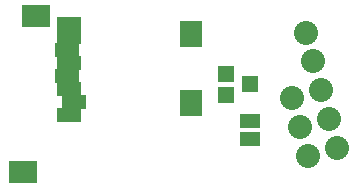
<source format=gts>
G04 (created by PCBNEW-RS274X (2012-01-19 BZR 3256)-stable) date 12/05/2013 23:19:03*
G01*
G70*
G90*
%MOIN*%
G04 Gerber Fmt 3.4, Leading zero omitted, Abs format*
%FSLAX34Y34*%
G04 APERTURE LIST*
%ADD10C,0.006000*%
%ADD11C,0.080000*%
%ADD12R,0.079100X0.049500*%
%ADD13R,0.094800X0.075100*%
%ADD14R,0.075100X0.090900*%
%ADD15R,0.056000X0.056000*%
%ADD16R,0.065000X0.045000*%
G04 APERTURE END LIST*
G54D10*
G54D11*
X53729Y-37263D03*
X53280Y-39453D03*
X54246Y-39194D03*
X53211Y-35331D03*
X53021Y-38487D03*
X53987Y-38229D03*
X52763Y-37521D03*
X53470Y-36297D03*
G54D12*
X45340Y-35482D03*
X45340Y-35049D03*
X45261Y-35915D03*
X45340Y-36348D03*
X45340Y-38080D03*
X45497Y-37647D03*
X45340Y-37214D03*
X45261Y-36781D03*
G54D13*
X44218Y-34773D03*
X43785Y-39989D03*
G54D14*
X49395Y-35383D03*
X49395Y-37667D03*
G54D15*
X50575Y-37400D03*
X50575Y-36700D03*
X51375Y-37050D03*
G54D16*
X51375Y-38875D03*
X51375Y-38275D03*
M02*

</source>
